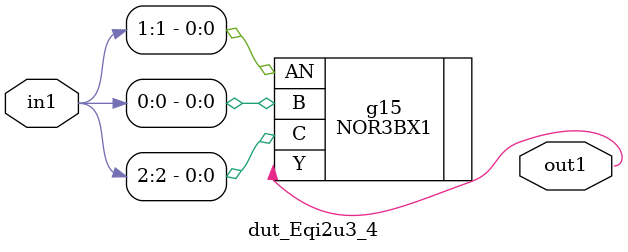
<source format=v>
`timescale 1ps / 1ps


module dut_Eqi2u3_4(in1, out1);
  input [2:0] in1;
  output out1;
  wire [2:0] in1;
  wire out1;
  NOR3BX1 g15(.AN (in1[1]), .B (in1[0]), .C (in1[2]), .Y (out1));
endmodule



</source>
